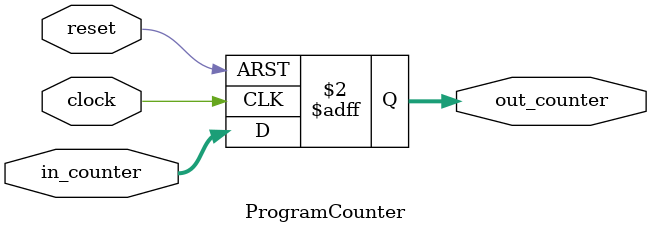
<source format=v>
`timescale 1ns / 1ps

/*Assignment No. 7
  Semester 5
  Group No. 13
  Members : 
  		Arpit Jain (16CS10007)
		Eeshan Gupta (16CS30009)
*/
module ProgramCounter(
		in_counter,
		out_counter,
		clock,
		reset
    );
	 input wire[31:0] in_counter;
	 output reg[31:0] out_counter;
	 input clock;
	 input reset;

	always@(posedge reset or posedge clock)
	begin
		if(reset)
			out_counter <= 32'b0;
		else
			out_counter <= in_counter;
	end

endmodule

</source>
